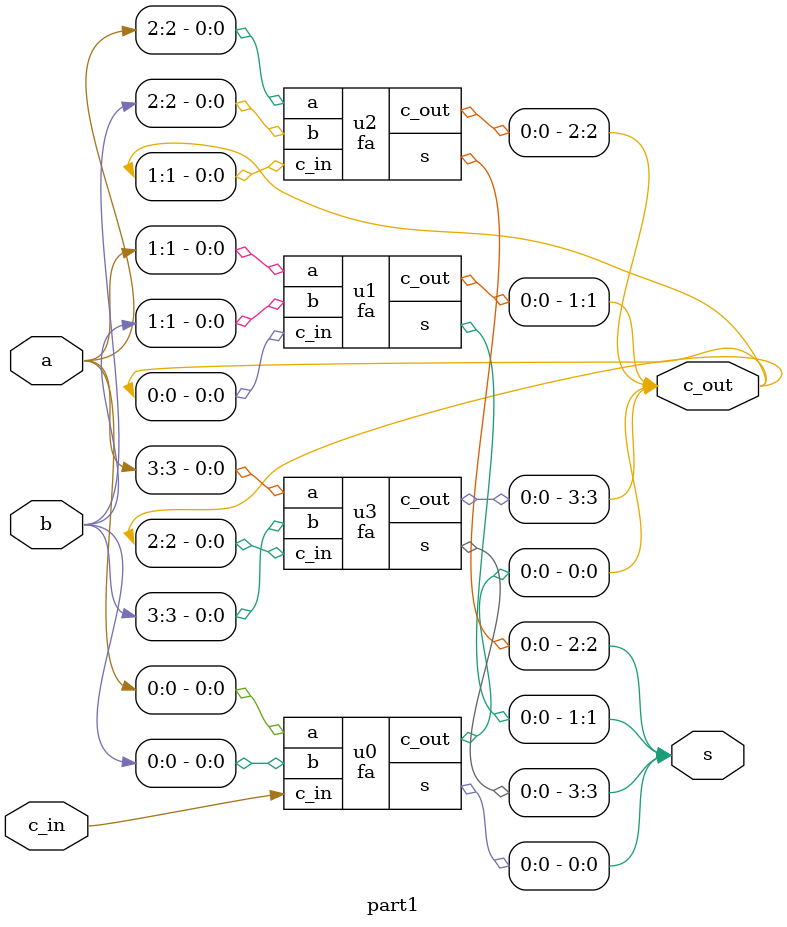
<source format=sv>
module fa(input logic a, b, c_in, output logic s, c_out);
	assign s = a ^ b ^ c_in;
	assign c_out = (a&b)|(c_in&a)|(c_in&b);
endmodule

module part1(input logic [3:0] a, b, input logic c_in, output logic [3:0] s, c_out);
	fa u0 (a[0], b[0], c_in, s[0], c_out[0]);
	fa u1 (a[1], b[1], c_out[0], s[1], c_out[1]);
	fa u2 (a[2], b[2], c_out[1], s[2], c_out[2]);
	fa u3 (a[3], b[3], c_out[2], s[3], c_out[3]);
endmodule
	
</source>
